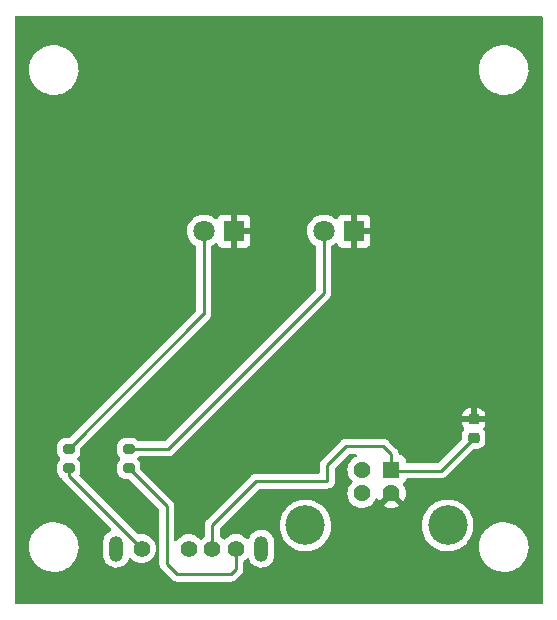
<source format=gbr>
%TF.GenerationSoftware,KiCad,Pcbnew,6.0.9-8da3e8f707~117~ubuntu20.04.1*%
%TF.CreationDate,2023-02-01T20:13:31-08:00*%
%TF.ProjectId,PiE_team_flag,5069455f-7465-4616-9d5f-666c61672e6b,rev?*%
%TF.SameCoordinates,Original*%
%TF.FileFunction,Copper,L1,Top*%
%TF.FilePolarity,Positive*%
%FSLAX46Y46*%
G04 Gerber Fmt 4.6, Leading zero omitted, Abs format (unit mm)*
G04 Created by KiCad (PCBNEW 6.0.9-8da3e8f707~117~ubuntu20.04.1) date 2023-02-01 20:13:31*
%MOMM*%
%LPD*%
G01*
G04 APERTURE LIST*
G04 Aperture macros list*
%AMRoundRect*
0 Rectangle with rounded corners*
0 $1 Rounding radius*
0 $2 $3 $4 $5 $6 $7 $8 $9 X,Y pos of 4 corners*
0 Add a 4 corners polygon primitive as box body*
4,1,4,$2,$3,$4,$5,$6,$7,$8,$9,$2,$3,0*
0 Add four circle primitives for the rounded corners*
1,1,$1+$1,$2,$3*
1,1,$1+$1,$4,$5*
1,1,$1+$1,$6,$7*
1,1,$1+$1,$8,$9*
0 Add four rect primitives between the rounded corners*
20,1,$1+$1,$2,$3,$4,$5,0*
20,1,$1+$1,$4,$5,$6,$7,0*
20,1,$1+$1,$6,$7,$8,$9,0*
20,1,$1+$1,$8,$9,$2,$3,0*%
G04 Aperture macros list end*
%TA.AperFunction,ComponentPad*%
%ADD10C,1.400000*%
%TD*%
%TA.AperFunction,ComponentPad*%
%ADD11O,1.200000X2.200000*%
%TD*%
%TA.AperFunction,ComponentPad*%
%ADD12R,1.428000X1.428000*%
%TD*%
%TA.AperFunction,ComponentPad*%
%ADD13C,1.428000*%
%TD*%
%TA.AperFunction,ComponentPad*%
%ADD14C,3.346000*%
%TD*%
%TA.AperFunction,SMDPad,CuDef*%
%ADD15RoundRect,0.225000X-0.250000X0.225000X-0.250000X-0.225000X0.250000X-0.225000X0.250000X0.225000X0*%
%TD*%
%TA.AperFunction,ComponentPad*%
%ADD16C,1.800000*%
%TD*%
%TA.AperFunction,ComponentPad*%
%ADD17R,1.800000X1.800000*%
%TD*%
%TA.AperFunction,SMDPad,CuDef*%
%ADD18RoundRect,0.200000X-0.275000X0.200000X-0.275000X-0.200000X0.275000X-0.200000X0.275000X0.200000X0*%
%TD*%
%TA.AperFunction,Conductor*%
%ADD19C,0.250000*%
%TD*%
G04 APERTURE END LIST*
D10*
%TO.P,SW1,1,1*%
%TO.N,Net-(R1-Pad2)*%
X150940000Y-127000000D03*
%TO.P,SW1,2,2*%
%TO.N,unconnected-(SW1-Pad2)*%
X154940000Y-127000000D03*
%TO.P,SW1,3,3*%
%TO.N,Net-(C1-Pad2)*%
X156940000Y-127000000D03*
%TO.P,SW1,4,4*%
%TO.N,Net-(R2-Pad2)*%
X158940000Y-127000000D03*
D11*
%TO.P,SW1,5*%
%TO.N,N/C*%
X161090000Y-127000000D03*
%TO.P,SW1,6*%
X148790000Y-127000000D03*
%TD*%
D12*
%TO.P,J1,1,VBUS*%
%TO.N,Net-(C1-Pad2)*%
X172090400Y-120334200D03*
D13*
%TO.P,J1,2,D-*%
%TO.N,unconnected-(J1-Pad2)*%
X169590400Y-120334200D03*
%TO.P,J1,3,D+*%
%TO.N,unconnected-(J1-Pad3)*%
X169590400Y-122334200D03*
%TO.P,J1,4,GND*%
%TO.N,GND*%
X172090400Y-122334200D03*
D14*
%TO.P,J1,P1*%
%TO.N,N/C*%
X164820400Y-125044200D03*
%TO.P,J1,P2*%
X176860400Y-125044200D03*
%TD*%
D15*
%TO.P,C1,1*%
%TO.N,GND*%
X179070000Y-116065000D03*
%TO.P,C1,2*%
%TO.N,Net-(C1-Pad2)*%
X179070000Y-117615000D03*
%TD*%
D16*
%TO.P,LED2,2,A*%
%TO.N,Net-(LED2-Pad2)*%
X166370000Y-100126800D03*
D17*
%TO.P,LED2,1,K*%
%TO.N,GND*%
X168910000Y-100126800D03*
%TD*%
D18*
%TO.P,R1,1*%
%TO.N,Net-(LED1-Pad2)*%
X144780000Y-118555000D03*
%TO.P,R1,2*%
%TO.N,Net-(R1-Pad2)*%
X144780000Y-120205000D03*
%TD*%
D17*
%TO.P,LED1,1,K*%
%TO.N,GND*%
X158750000Y-100126800D03*
D16*
%TO.P,LED1,2,A*%
%TO.N,Net-(LED1-Pad2)*%
X156210000Y-100126800D03*
%TD*%
D18*
%TO.P,R2,1*%
%TO.N,Net-(LED2-Pad2)*%
X149860000Y-118555000D03*
%TO.P,R2,2*%
%TO.N,Net-(R2-Pad2)*%
X149860000Y-120205000D03*
%TD*%
D19*
%TO.N,Net-(C1-Pad2)*%
X179070000Y-117615000D02*
X176289000Y-120396000D01*
X176289000Y-120396000D02*
X172152200Y-120396000D01*
X172152200Y-120396000D02*
X172090400Y-120334200D01*
X172090400Y-120334200D02*
X172090400Y-119029800D01*
X172090400Y-119029800D02*
X171399200Y-118338600D01*
X171399200Y-118338600D02*
X168275000Y-118338600D01*
X168275000Y-118338600D02*
X166680000Y-119933600D01*
X166680000Y-119933600D02*
X166680000Y-121285000D01*
X166680000Y-121285000D02*
X160655000Y-121285000D01*
X160655000Y-121285000D02*
X156940000Y-125000000D01*
X156940000Y-125000000D02*
X156940000Y-127000000D01*
%TO.N,Net-(R2-Pad2)*%
X149860000Y-120205000D02*
X153085800Y-123430800D01*
X153949400Y-129159000D02*
X158496000Y-129159000D01*
X153085800Y-123430800D02*
X153085800Y-128295400D01*
X153085800Y-128295400D02*
X153949400Y-129159000D01*
X158496000Y-129159000D02*
X158940000Y-128715000D01*
X158940000Y-128715000D02*
X158940000Y-127000000D01*
%TO.N,Net-(LED2-Pad2)*%
X149860000Y-118555000D02*
X153174200Y-118555000D01*
X153174200Y-118555000D02*
X166370000Y-105359200D01*
X166370000Y-105359200D02*
X166370000Y-100126800D01*
%TO.N,Net-(LED1-Pad2)*%
X144780000Y-118555000D02*
X156153100Y-107181900D01*
X156210000Y-100126800D02*
X156210000Y-107125000D01*
X156210000Y-107125000D02*
X156153100Y-107181900D01*
%TO.N,Net-(R1-Pad2)*%
X144780000Y-120840000D02*
X150940000Y-127000000D01*
X144780000Y-120205000D02*
X144780000Y-120840000D01*
%TD*%
%TA.AperFunction,Conductor*%
%TO.N,GND*%
G36*
X184853621Y-81910102D02*
G01*
X184900114Y-81963758D01*
X184911500Y-82016100D01*
X184911500Y-131547100D01*
X184891498Y-131615221D01*
X184837842Y-131661714D01*
X184785500Y-131673100D01*
X140334500Y-131673100D01*
X140266379Y-131653098D01*
X140219886Y-131599442D01*
X140208500Y-131547100D01*
X140208500Y-126799672D01*
X141410162Y-126799672D01*
X141410315Y-126804060D01*
X141410315Y-126804066D01*
X141417349Y-127005475D01*
X141420392Y-127092627D01*
X141421154Y-127096950D01*
X141421155Y-127096957D01*
X141446000Y-127237855D01*
X141471294Y-127381306D01*
X141472649Y-127385477D01*
X141472651Y-127385484D01*
X141517099Y-127522281D01*
X141561877Y-127660093D01*
X141563805Y-127664046D01*
X141563807Y-127664051D01*
X141578958Y-127695114D01*
X141690378Y-127923559D01*
X141692833Y-127927198D01*
X141692836Y-127927204D01*
X141851836Y-128162931D01*
X141851841Y-128162938D01*
X141854296Y-128166577D01*
X142050441Y-128384418D01*
X142097924Y-128424261D01*
X142271623Y-128570012D01*
X142271628Y-128570016D01*
X142274994Y-128572840D01*
X142523585Y-128728177D01*
X142671372Y-128793976D01*
X142782854Y-128843611D01*
X142791375Y-128847405D01*
X142923572Y-128885312D01*
X143015716Y-128911734D01*
X143073153Y-128928204D01*
X143077503Y-128928815D01*
X143077506Y-128928816D01*
X143174049Y-128942384D01*
X143363433Y-128969000D01*
X143583191Y-128969000D01*
X143585377Y-128968847D01*
X143585381Y-128968847D01*
X143798034Y-128953977D01*
X143798039Y-128953976D01*
X143802419Y-128953670D01*
X143806713Y-128952757D01*
X143806715Y-128952757D01*
X144052940Y-128900420D01*
X144089147Y-128892724D01*
X144093276Y-128891221D01*
X144093280Y-128891220D01*
X144360457Y-128793976D01*
X144360461Y-128793974D01*
X144364602Y-128792467D01*
X144623423Y-128654849D01*
X144682107Y-128612213D01*
X144857010Y-128485139D01*
X144857013Y-128485136D01*
X144860573Y-128482550D01*
X144876033Y-128467621D01*
X144962191Y-128384418D01*
X145071435Y-128278922D01*
X145076957Y-128271855D01*
X145249198Y-128051396D01*
X145251906Y-128047930D01*
X145318573Y-127932460D01*
X145396267Y-127797890D01*
X145396270Y-127797885D01*
X145398472Y-127794070D01*
X145402674Y-127783671D01*
X145475161Y-127604258D01*
X145508282Y-127522281D01*
X145579197Y-127237855D01*
X145581498Y-127215970D01*
X145609379Y-126950697D01*
X145609379Y-126950694D01*
X145609838Y-126946328D01*
X145606644Y-126854854D01*
X145599762Y-126657770D01*
X145599761Y-126657763D01*
X145599608Y-126653373D01*
X145594633Y-126625155D01*
X145555914Y-126405574D01*
X145548706Y-126364694D01*
X145547351Y-126360523D01*
X145547349Y-126360516D01*
X145459484Y-126090096D01*
X145458123Y-126085907D01*
X145452606Y-126074594D01*
X145390416Y-125947088D01*
X145329622Y-125822441D01*
X145327167Y-125818802D01*
X145327164Y-125818796D01*
X145168164Y-125583069D01*
X145168159Y-125583062D01*
X145165704Y-125579423D01*
X144969559Y-125361582D01*
X144832377Y-125246473D01*
X144748377Y-125175988D01*
X144748372Y-125175984D01*
X144745006Y-125173160D01*
X144496415Y-125017823D01*
X144228625Y-124898595D01*
X143988319Y-124829688D01*
X143951074Y-124819008D01*
X143951073Y-124819008D01*
X143946847Y-124817796D01*
X143942497Y-124817185D01*
X143942494Y-124817184D01*
X143834803Y-124802049D01*
X143656567Y-124777000D01*
X143436809Y-124777000D01*
X143434623Y-124777153D01*
X143434619Y-124777153D01*
X143221966Y-124792023D01*
X143221961Y-124792024D01*
X143217581Y-124792330D01*
X143213287Y-124793243D01*
X143213285Y-124793243D01*
X143208943Y-124794166D01*
X142930853Y-124853276D01*
X142926724Y-124854779D01*
X142926720Y-124854780D01*
X142659543Y-124952024D01*
X142659539Y-124952026D01*
X142655398Y-124953533D01*
X142396577Y-125091151D01*
X142393018Y-125093737D01*
X142393016Y-125093738D01*
X142182794Y-125246473D01*
X142159427Y-125263450D01*
X142156263Y-125266506D01*
X142156260Y-125266508D01*
X142107116Y-125313966D01*
X141948565Y-125467078D01*
X141945859Y-125470542D01*
X141945855Y-125470546D01*
X141840085Y-125605926D01*
X141768094Y-125698070D01*
X141765896Y-125701877D01*
X141624324Y-125947088D01*
X141621528Y-125951930D01*
X141619876Y-125956019D01*
X141619875Y-125956021D01*
X141599723Y-126005898D01*
X141511718Y-126223719D01*
X141440803Y-126508145D01*
X141440344Y-126512513D01*
X141440343Y-126512518D01*
X141423602Y-126671802D01*
X141410162Y-126799672D01*
X140208500Y-126799672D01*
X140208500Y-119948365D01*
X143796500Y-119948365D01*
X143796501Y-120461634D01*
X143796764Y-120464492D01*
X143796764Y-120464501D01*
X143800026Y-120500004D01*
X143803247Y-120535062D01*
X143805246Y-120541440D01*
X143805246Y-120541441D01*
X143850232Y-120684989D01*
X143854528Y-120698699D01*
X143943361Y-120845381D01*
X144064619Y-120966639D01*
X144116727Y-120998196D01*
X144134824Y-121009156D01*
X144182730Y-121061553D01*
X144190549Y-121081777D01*
X144193982Y-121093593D01*
X144198015Y-121100412D01*
X144198017Y-121100417D01*
X144204293Y-121111028D01*
X144212988Y-121128776D01*
X144220448Y-121147617D01*
X144225110Y-121154033D01*
X144225110Y-121154034D01*
X144246436Y-121183387D01*
X144252952Y-121193307D01*
X144275458Y-121231362D01*
X144289779Y-121245683D01*
X144302619Y-121260716D01*
X144314528Y-121277107D01*
X144320634Y-121282158D01*
X144348605Y-121305298D01*
X144357384Y-121313288D01*
X148342744Y-125298648D01*
X148376770Y-125360960D01*
X148371705Y-125431775D01*
X148329158Y-125488611D01*
X148305804Y-125502442D01*
X148234913Y-125534674D01*
X148062389Y-125657054D01*
X147916119Y-125809850D01*
X147801380Y-125987548D01*
X147799137Y-125993114D01*
X147731557Y-126160803D01*
X147722314Y-126183737D01*
X147681772Y-126391337D01*
X147681500Y-126396899D01*
X147681500Y-127552846D01*
X147696548Y-127710566D01*
X147756092Y-127913534D01*
X147758836Y-127918861D01*
X147758836Y-127918862D01*
X147827096Y-128051396D01*
X147852942Y-128101580D01*
X147983604Y-128267920D01*
X147988135Y-128271852D01*
X147988138Y-128271855D01*
X148072615Y-128345160D01*
X148143363Y-128406552D01*
X148148549Y-128409552D01*
X148148553Y-128409555D01*
X148249244Y-128467806D01*
X148326454Y-128512473D01*
X148526271Y-128581861D01*
X148532206Y-128582722D01*
X148532208Y-128582722D01*
X148729664Y-128611352D01*
X148729667Y-128611352D01*
X148735604Y-128612213D01*
X148946899Y-128602433D01*
X149081426Y-128570012D01*
X149146701Y-128554281D01*
X149146703Y-128554280D01*
X149152534Y-128552875D01*
X149157992Y-128550393D01*
X149157996Y-128550392D01*
X149307205Y-128482550D01*
X149345087Y-128465326D01*
X149477120Y-128371669D01*
X149512725Y-128346412D01*
X149512726Y-128346411D01*
X149517611Y-128342946D01*
X149663881Y-128190150D01*
X149778620Y-128012452D01*
X149840894Y-127857928D01*
X149884909Y-127802223D01*
X149952054Y-127779156D01*
X150021011Y-127796053D01*
X150046855Y-127815932D01*
X150160224Y-127929301D01*
X150333442Y-128050589D01*
X150338420Y-128052910D01*
X150338423Y-128052912D01*
X150520108Y-128137633D01*
X150525090Y-128139956D01*
X150530398Y-128141378D01*
X150530400Y-128141379D01*
X150724030Y-128193262D01*
X150724032Y-128193262D01*
X150729345Y-128194686D01*
X150940000Y-128213116D01*
X151150655Y-128194686D01*
X151155968Y-128193262D01*
X151155970Y-128193262D01*
X151349600Y-128141379D01*
X151349602Y-128141378D01*
X151354910Y-128139956D01*
X151359892Y-128137633D01*
X151541577Y-128052912D01*
X151541580Y-128052910D01*
X151546558Y-128050589D01*
X151719776Y-127929301D01*
X151869301Y-127779776D01*
X151990589Y-127606558D01*
X152015636Y-127552846D01*
X152077633Y-127419892D01*
X152077634Y-127419891D01*
X152079956Y-127414910D01*
X152126254Y-127242126D01*
X152133262Y-127215970D01*
X152133262Y-127215968D01*
X152134686Y-127210655D01*
X152153116Y-127000000D01*
X152134686Y-126789345D01*
X152133262Y-126784030D01*
X152081379Y-126590400D01*
X152081378Y-126590398D01*
X152079956Y-126585090D01*
X152044076Y-126508145D01*
X151992912Y-126398423D01*
X151992910Y-126398420D01*
X151990589Y-126393442D01*
X151869301Y-126220224D01*
X151719776Y-126070699D01*
X151546558Y-125949411D01*
X151541580Y-125947090D01*
X151541577Y-125947088D01*
X151359892Y-125862367D01*
X151359891Y-125862366D01*
X151354910Y-125860044D01*
X151349602Y-125858622D01*
X151349600Y-125858621D01*
X151155970Y-125806738D01*
X151155968Y-125806738D01*
X151150655Y-125805314D01*
X150940000Y-125786884D01*
X150934525Y-125787363D01*
X150734816Y-125804835D01*
X150734812Y-125804836D01*
X150729345Y-125805314D01*
X150724039Y-125806736D01*
X150719439Y-125807547D01*
X150648879Y-125799679D01*
X150608462Y-125772557D01*
X145710882Y-120874977D01*
X145676856Y-120812665D01*
X145681921Y-120741850D01*
X145692196Y-120720621D01*
X145705472Y-120698699D01*
X145709769Y-120684989D01*
X145728517Y-120625164D01*
X145756753Y-120535062D01*
X145763500Y-120461635D01*
X145763499Y-119948366D01*
X145763499Y-119948365D01*
X148876500Y-119948365D01*
X148876501Y-120461634D01*
X148876764Y-120464492D01*
X148876764Y-120464501D01*
X148880026Y-120500004D01*
X148883247Y-120535062D01*
X148885246Y-120541440D01*
X148885246Y-120541441D01*
X148930232Y-120684989D01*
X148934528Y-120698699D01*
X149023361Y-120845381D01*
X149144619Y-120966639D01*
X149291301Y-121055472D01*
X149298548Y-121057743D01*
X149298550Y-121057744D01*
X149310705Y-121061553D01*
X149454938Y-121106753D01*
X149528365Y-121113500D01*
X149546474Y-121113500D01*
X149820406Y-121113499D01*
X149888525Y-121133501D01*
X149909500Y-121150404D01*
X152415395Y-123656300D01*
X152449421Y-123718612D01*
X152452300Y-123745395D01*
X152452300Y-128216633D01*
X152451773Y-128227816D01*
X152450098Y-128235309D01*
X152450347Y-128243235D01*
X152450347Y-128243236D01*
X152452238Y-128303386D01*
X152452300Y-128307345D01*
X152452300Y-128335256D01*
X152452797Y-128339190D01*
X152452797Y-128339191D01*
X152452805Y-128339256D01*
X152453738Y-128351093D01*
X152455127Y-128395289D01*
X152459272Y-128409555D01*
X152460778Y-128414739D01*
X152464787Y-128434100D01*
X152467326Y-128454197D01*
X152470245Y-128461568D01*
X152470245Y-128461570D01*
X152483604Y-128495312D01*
X152487449Y-128506542D01*
X152499782Y-128548993D01*
X152503815Y-128555812D01*
X152503817Y-128555817D01*
X152510093Y-128566428D01*
X152518788Y-128584176D01*
X152526248Y-128603017D01*
X152530910Y-128609433D01*
X152530910Y-128609434D01*
X152552236Y-128638787D01*
X152558752Y-128648707D01*
X152576775Y-128679181D01*
X152581258Y-128686762D01*
X152595579Y-128701083D01*
X152608419Y-128716116D01*
X152620328Y-128732507D01*
X152626433Y-128737558D01*
X152626438Y-128737563D01*
X152654404Y-128760699D01*
X152663182Y-128768687D01*
X153445748Y-129551253D01*
X153453288Y-129559539D01*
X153457400Y-129566018D01*
X153463177Y-129571443D01*
X153507051Y-129612643D01*
X153509893Y-129615398D01*
X153529630Y-129635135D01*
X153532827Y-129637615D01*
X153541847Y-129645318D01*
X153574079Y-129675586D01*
X153581025Y-129679405D01*
X153581028Y-129679407D01*
X153591834Y-129685348D01*
X153608353Y-129696199D01*
X153624359Y-129708614D01*
X153631628Y-129711759D01*
X153631632Y-129711762D01*
X153664937Y-129726174D01*
X153675587Y-129731391D01*
X153714340Y-129752695D01*
X153722015Y-129754666D01*
X153722016Y-129754666D01*
X153733962Y-129757733D01*
X153752667Y-129764137D01*
X153771255Y-129772181D01*
X153779078Y-129773420D01*
X153779088Y-129773423D01*
X153814924Y-129779099D01*
X153826544Y-129781505D01*
X153858359Y-129789673D01*
X153869370Y-129792500D01*
X153889624Y-129792500D01*
X153909334Y-129794051D01*
X153929343Y-129797220D01*
X153937235Y-129796474D01*
X153955980Y-129794702D01*
X153973362Y-129793059D01*
X153985219Y-129792500D01*
X158417233Y-129792500D01*
X158428416Y-129793027D01*
X158435909Y-129794702D01*
X158443835Y-129794453D01*
X158443836Y-129794453D01*
X158503986Y-129792562D01*
X158507945Y-129792500D01*
X158535856Y-129792500D01*
X158539791Y-129792003D01*
X158539856Y-129791995D01*
X158551693Y-129791062D01*
X158583951Y-129790048D01*
X158587970Y-129789922D01*
X158595889Y-129789673D01*
X158615343Y-129784021D01*
X158634700Y-129780013D01*
X158646930Y-129778468D01*
X158646931Y-129778468D01*
X158654797Y-129777474D01*
X158662168Y-129774555D01*
X158662170Y-129774555D01*
X158695912Y-129761196D01*
X158707142Y-129757351D01*
X158741983Y-129747229D01*
X158741984Y-129747229D01*
X158749593Y-129745018D01*
X158756412Y-129740985D01*
X158756417Y-129740983D01*
X158767028Y-129734707D01*
X158784776Y-129726012D01*
X158803617Y-129718552D01*
X158839387Y-129692564D01*
X158849307Y-129686048D01*
X158880535Y-129667580D01*
X158880538Y-129667578D01*
X158887362Y-129663542D01*
X158901683Y-129649221D01*
X158916717Y-129636380D01*
X158926693Y-129629132D01*
X158933107Y-129624472D01*
X158961288Y-129590407D01*
X158969278Y-129581626D01*
X159332259Y-129218646D01*
X159340537Y-129211113D01*
X159347018Y-129207000D01*
X159393630Y-129157362D01*
X159396385Y-129154519D01*
X159413334Y-129137571D01*
X159416135Y-129134770D01*
X159418615Y-129131573D01*
X159426320Y-129122551D01*
X159451159Y-129096100D01*
X159456586Y-129090321D01*
X159460405Y-129083375D01*
X159460407Y-129083372D01*
X159466348Y-129072566D01*
X159477199Y-129056047D01*
X159484758Y-129046301D01*
X159489614Y-129040041D01*
X159492759Y-129032772D01*
X159492762Y-129032768D01*
X159507174Y-128999463D01*
X159512391Y-128988813D01*
X159533695Y-128950060D01*
X159538733Y-128930437D01*
X159545137Y-128911734D01*
X159550033Y-128900420D01*
X159550033Y-128900419D01*
X159553181Y-128893145D01*
X159554420Y-128885322D01*
X159554423Y-128885312D01*
X159560099Y-128849476D01*
X159562505Y-128837856D01*
X159571528Y-128802711D01*
X159571528Y-128802710D01*
X159573500Y-128795030D01*
X159573500Y-128774776D01*
X159575051Y-128755065D01*
X159576980Y-128742886D01*
X159578220Y-128735057D01*
X159574059Y-128691038D01*
X159573500Y-128679181D01*
X159573500Y-128097315D01*
X159593502Y-128029194D01*
X159627230Y-127994102D01*
X159715264Y-127932460D01*
X159719776Y-127929301D01*
X159833181Y-127815896D01*
X159895493Y-127781870D01*
X159966308Y-127786935D01*
X160023144Y-127829482D01*
X160043180Y-127869521D01*
X160056092Y-127913534D01*
X160058836Y-127918861D01*
X160058836Y-127918862D01*
X160127096Y-128051396D01*
X160152942Y-128101580D01*
X160283604Y-128267920D01*
X160288135Y-128271852D01*
X160288138Y-128271855D01*
X160372615Y-128345160D01*
X160443363Y-128406552D01*
X160448549Y-128409552D01*
X160448553Y-128409555D01*
X160549244Y-128467806D01*
X160626454Y-128512473D01*
X160826271Y-128581861D01*
X160832206Y-128582722D01*
X160832208Y-128582722D01*
X161029664Y-128611352D01*
X161029667Y-128611352D01*
X161035604Y-128612213D01*
X161246899Y-128602433D01*
X161381426Y-128570012D01*
X161446701Y-128554281D01*
X161446703Y-128554280D01*
X161452534Y-128552875D01*
X161457992Y-128550393D01*
X161457996Y-128550392D01*
X161607205Y-128482550D01*
X161645087Y-128465326D01*
X161777120Y-128371669D01*
X161812725Y-128346412D01*
X161812726Y-128346411D01*
X161817611Y-128342946D01*
X161963881Y-128190150D01*
X162078620Y-128012452D01*
X162157686Y-127816263D01*
X162198228Y-127608663D01*
X162198500Y-127603101D01*
X162198500Y-126447154D01*
X162183452Y-126289434D01*
X162123908Y-126086466D01*
X162117794Y-126074594D01*
X162029804Y-125903751D01*
X162029802Y-125903748D01*
X162027058Y-125898420D01*
X161896396Y-125732080D01*
X161891865Y-125728148D01*
X161891862Y-125728145D01*
X161741167Y-125597379D01*
X161736637Y-125593448D01*
X161731451Y-125590448D01*
X161731447Y-125590445D01*
X161558742Y-125490533D01*
X161553546Y-125487527D01*
X161353729Y-125418139D01*
X161347794Y-125417278D01*
X161347792Y-125417278D01*
X161150336Y-125388648D01*
X161150333Y-125388648D01*
X161144396Y-125387787D01*
X160933101Y-125397567D01*
X160801923Y-125429181D01*
X160733299Y-125445719D01*
X160733297Y-125445720D01*
X160727466Y-125447125D01*
X160722008Y-125449607D01*
X160722004Y-125449608D01*
X160606959Y-125501916D01*
X160534913Y-125534674D01*
X160362389Y-125657054D01*
X160216119Y-125809850D01*
X160101380Y-125987548D01*
X160061741Y-126085907D01*
X160039106Y-126142071D01*
X159995091Y-126197777D01*
X159927946Y-126220844D01*
X159858989Y-126203947D01*
X159833145Y-126184068D01*
X159719776Y-126070699D01*
X159546558Y-125949411D01*
X159541580Y-125947090D01*
X159541577Y-125947088D01*
X159359892Y-125862367D01*
X159359891Y-125862366D01*
X159354910Y-125860044D01*
X159349602Y-125858622D01*
X159349600Y-125858621D01*
X159155970Y-125806738D01*
X159155968Y-125806738D01*
X159150655Y-125805314D01*
X158940000Y-125786884D01*
X158729345Y-125805314D01*
X158724032Y-125806738D01*
X158724030Y-125806738D01*
X158530400Y-125858621D01*
X158530398Y-125858622D01*
X158525090Y-125860044D01*
X158520109Y-125862366D01*
X158520108Y-125862367D01*
X158338423Y-125947088D01*
X158338420Y-125947090D01*
X158333442Y-125949411D01*
X158160224Y-126070699D01*
X158029095Y-126201828D01*
X157966783Y-126235854D01*
X157895968Y-126230789D01*
X157850905Y-126201828D01*
X157719776Y-126070699D01*
X157627230Y-126005898D01*
X157582901Y-125950441D01*
X157573500Y-125902685D01*
X157573500Y-125314594D01*
X157593502Y-125246473D01*
X157610405Y-125225499D01*
X157814602Y-125021302D01*
X162633923Y-125021302D01*
X162651045Y-125318253D01*
X162651870Y-125322458D01*
X162651871Y-125322466D01*
X162679644Y-125464024D01*
X162708309Y-125610133D01*
X162709696Y-125614183D01*
X162709697Y-125614188D01*
X162803268Y-125887484D01*
X162804657Y-125891540D01*
X162843251Y-125968276D01*
X162900423Y-126081949D01*
X162938304Y-126157268D01*
X162992941Y-126236765D01*
X163104064Y-126398451D01*
X163106778Y-126402400D01*
X163306962Y-126622399D01*
X163310257Y-126625154D01*
X163310258Y-126625155D01*
X163421057Y-126717797D01*
X163535151Y-126813194D01*
X163538792Y-126815478D01*
X163783482Y-126968972D01*
X163783486Y-126968974D01*
X163787122Y-126971255D01*
X163922667Y-127032456D01*
X164054301Y-127091892D01*
X164054305Y-127091894D01*
X164058213Y-127093658D01*
X164129463Y-127114763D01*
X164339296Y-127176919D01*
X164339301Y-127176920D01*
X164343409Y-127178137D01*
X164347643Y-127178785D01*
X164347648Y-127178786D01*
X164633188Y-127222479D01*
X164633190Y-127222479D01*
X164637430Y-127223128D01*
X164788865Y-127225507D01*
X164930547Y-127227733D01*
X164930553Y-127227733D01*
X164934838Y-127227800D01*
X165230127Y-127192066D01*
X165517835Y-127116588D01*
X165521795Y-127114948D01*
X165521800Y-127114946D01*
X165655236Y-127059675D01*
X165792638Y-127002761D01*
X166049450Y-126852692D01*
X166283519Y-126669158D01*
X166331910Y-126619223D01*
X166439552Y-126508145D01*
X166490514Y-126455556D01*
X166493047Y-126452108D01*
X166493051Y-126452103D01*
X166664067Y-126219292D01*
X166666605Y-126215837D01*
X166696486Y-126160803D01*
X166806483Y-125958214D01*
X166806484Y-125958212D01*
X166808533Y-125954438D01*
X166864344Y-125806738D01*
X166912154Y-125680214D01*
X166912155Y-125680210D01*
X166913672Y-125676196D01*
X166956194Y-125490533D01*
X166979118Y-125390443D01*
X166979119Y-125390439D01*
X166980076Y-125386259D01*
X166982279Y-125361582D01*
X167006297Y-125092459D01*
X167006297Y-125092457D01*
X167006517Y-125089993D01*
X167006997Y-125044200D01*
X167005436Y-125021302D01*
X174673923Y-125021302D01*
X174691045Y-125318253D01*
X174691870Y-125322458D01*
X174691871Y-125322466D01*
X174719644Y-125464024D01*
X174748309Y-125610133D01*
X174749696Y-125614183D01*
X174749697Y-125614188D01*
X174843268Y-125887484D01*
X174844657Y-125891540D01*
X174883251Y-125968276D01*
X174940423Y-126081949D01*
X174978304Y-126157268D01*
X175032941Y-126236765D01*
X175144064Y-126398451D01*
X175146778Y-126402400D01*
X175346962Y-126622399D01*
X175350257Y-126625154D01*
X175350258Y-126625155D01*
X175461057Y-126717797D01*
X175575151Y-126813194D01*
X175578792Y-126815478D01*
X175823482Y-126968972D01*
X175823486Y-126968974D01*
X175827122Y-126971255D01*
X175962667Y-127032456D01*
X176094301Y-127091892D01*
X176094305Y-127091894D01*
X176098213Y-127093658D01*
X176169463Y-127114763D01*
X176379296Y-127176919D01*
X176379301Y-127176920D01*
X176383409Y-127178137D01*
X176387643Y-127178785D01*
X176387648Y-127178786D01*
X176673188Y-127222479D01*
X176673190Y-127222479D01*
X176677430Y-127223128D01*
X176828865Y-127225507D01*
X176970547Y-127227733D01*
X176970553Y-127227733D01*
X176974838Y-127227800D01*
X177270127Y-127192066D01*
X177557835Y-127116588D01*
X177561795Y-127114948D01*
X177561800Y-127114946D01*
X177695236Y-127059675D01*
X177832638Y-127002761D01*
X178089450Y-126852692D01*
X178157069Y-126799672D01*
X179510162Y-126799672D01*
X179510315Y-126804060D01*
X179510315Y-126804066D01*
X179517349Y-127005475D01*
X179520392Y-127092627D01*
X179521154Y-127096950D01*
X179521155Y-127096957D01*
X179546000Y-127237855D01*
X179571294Y-127381306D01*
X179572649Y-127385477D01*
X179572651Y-127385484D01*
X179617099Y-127522281D01*
X179661877Y-127660093D01*
X179663805Y-127664046D01*
X179663807Y-127664051D01*
X179678958Y-127695114D01*
X179790378Y-127923559D01*
X179792833Y-127927198D01*
X179792836Y-127927204D01*
X179951836Y-128162931D01*
X179951841Y-128162938D01*
X179954296Y-128166577D01*
X180150441Y-128384418D01*
X180197924Y-128424261D01*
X180371623Y-128570012D01*
X180371628Y-128570016D01*
X180374994Y-128572840D01*
X180623585Y-128728177D01*
X180771372Y-128793976D01*
X180882854Y-128843611D01*
X180891375Y-128847405D01*
X181023572Y-128885312D01*
X181115716Y-128911734D01*
X181173153Y-128928204D01*
X181177503Y-128928815D01*
X181177506Y-128928816D01*
X181274049Y-128942384D01*
X181463433Y-128969000D01*
X181683191Y-128969000D01*
X181685377Y-128968847D01*
X181685381Y-128968847D01*
X181898034Y-128953977D01*
X181898039Y-128953976D01*
X181902419Y-128953670D01*
X181906713Y-128952757D01*
X181906715Y-128952757D01*
X182152940Y-128900420D01*
X182189147Y-128892724D01*
X182193276Y-128891221D01*
X182193280Y-128891220D01*
X182460457Y-128793976D01*
X182460461Y-128793974D01*
X182464602Y-128792467D01*
X182723423Y-128654849D01*
X182782107Y-128612213D01*
X182957010Y-128485139D01*
X182957013Y-128485136D01*
X182960573Y-128482550D01*
X182976033Y-128467621D01*
X183062191Y-128384418D01*
X183171435Y-128278922D01*
X183176957Y-128271855D01*
X183349198Y-128051396D01*
X183351906Y-128047930D01*
X183418573Y-127932460D01*
X183496267Y-127797890D01*
X183496270Y-127797885D01*
X183498472Y-127794070D01*
X183502674Y-127783671D01*
X183575161Y-127604258D01*
X183608282Y-127522281D01*
X183679197Y-127237855D01*
X183681498Y-127215970D01*
X183709379Y-126950697D01*
X183709379Y-126950694D01*
X183709838Y-126946328D01*
X183706644Y-126854854D01*
X183699762Y-126657770D01*
X183699761Y-126657763D01*
X183699608Y-126653373D01*
X183694633Y-126625155D01*
X183655914Y-126405574D01*
X183648706Y-126364694D01*
X183647351Y-126360523D01*
X183647349Y-126360516D01*
X183559484Y-126090096D01*
X183558123Y-126085907D01*
X183552606Y-126074594D01*
X183490416Y-125947088D01*
X183429622Y-125822441D01*
X183427167Y-125818802D01*
X183427164Y-125818796D01*
X183268164Y-125583069D01*
X183268159Y-125583062D01*
X183265704Y-125579423D01*
X183069559Y-125361582D01*
X182932377Y-125246473D01*
X182848377Y-125175988D01*
X182848372Y-125175984D01*
X182845006Y-125173160D01*
X182596415Y-125017823D01*
X182328625Y-124898595D01*
X182088319Y-124829688D01*
X182051074Y-124819008D01*
X182051073Y-124819008D01*
X182046847Y-124817796D01*
X182042497Y-124817185D01*
X182042494Y-124817184D01*
X181934803Y-124802049D01*
X181756567Y-124777000D01*
X181536809Y-124777000D01*
X181534623Y-124777153D01*
X181534619Y-124777153D01*
X181321966Y-124792023D01*
X181321961Y-124792024D01*
X181317581Y-124792330D01*
X181313287Y-124793243D01*
X181313285Y-124793243D01*
X181308943Y-124794166D01*
X181030853Y-124853276D01*
X181026724Y-124854779D01*
X181026720Y-124854780D01*
X180759543Y-124952024D01*
X180759539Y-124952026D01*
X180755398Y-124953533D01*
X180496577Y-125091151D01*
X180493018Y-125093737D01*
X180493016Y-125093738D01*
X180282794Y-125246473D01*
X180259427Y-125263450D01*
X180256263Y-125266506D01*
X180256260Y-125266508D01*
X180207116Y-125313966D01*
X180048565Y-125467078D01*
X180045859Y-125470542D01*
X180045855Y-125470546D01*
X179940085Y-125605926D01*
X179868094Y-125698070D01*
X179865896Y-125701877D01*
X179724324Y-125947088D01*
X179721528Y-125951930D01*
X179719876Y-125956019D01*
X179719875Y-125956021D01*
X179699723Y-126005898D01*
X179611718Y-126223719D01*
X179540803Y-126508145D01*
X179540344Y-126512513D01*
X179540343Y-126512518D01*
X179523602Y-126671802D01*
X179510162Y-126799672D01*
X178157069Y-126799672D01*
X178323519Y-126669158D01*
X178371910Y-126619223D01*
X178479552Y-126508145D01*
X178530514Y-126455556D01*
X178533047Y-126452108D01*
X178533051Y-126452103D01*
X178704067Y-126219292D01*
X178706605Y-126215837D01*
X178736486Y-126160803D01*
X178846483Y-125958214D01*
X178846484Y-125958212D01*
X178848533Y-125954438D01*
X178904344Y-125806738D01*
X178952154Y-125680214D01*
X178952155Y-125680210D01*
X178953672Y-125676196D01*
X178996194Y-125490533D01*
X179019118Y-125390443D01*
X179019119Y-125390439D01*
X179020076Y-125386259D01*
X179022279Y-125361582D01*
X179046297Y-125092459D01*
X179046297Y-125092457D01*
X179046517Y-125089993D01*
X179046997Y-125044200D01*
X179045436Y-125021302D01*
X179027058Y-124751722D01*
X179027057Y-124751716D01*
X179026766Y-124747445D01*
X179021205Y-124720589D01*
X178967319Y-124460387D01*
X178966448Y-124456181D01*
X178867160Y-124175798D01*
X178730737Y-123911484D01*
X178719684Y-123895756D01*
X178562172Y-123671640D01*
X178562171Y-123671639D01*
X178559705Y-123668130D01*
X178357229Y-123450239D01*
X178338186Y-123434652D01*
X178149069Y-123279863D01*
X178127054Y-123261844D01*
X178067534Y-123225370D01*
X177877092Y-123108666D01*
X177877084Y-123108662D01*
X177873442Y-123106430D01*
X177869525Y-123104711D01*
X177869522Y-123104709D01*
X177653957Y-123010083D01*
X177601083Y-122986873D01*
X177596955Y-122985697D01*
X177596952Y-122985696D01*
X177319147Y-122906561D01*
X177319148Y-122906561D01*
X177315019Y-122905385D01*
X177096516Y-122874288D01*
X177024794Y-122864080D01*
X177024792Y-122864080D01*
X177020542Y-122863475D01*
X176864494Y-122862658D01*
X176727389Y-122861940D01*
X176727383Y-122861940D01*
X176723102Y-122861918D01*
X176718858Y-122862477D01*
X176718854Y-122862477D01*
X176589087Y-122879561D01*
X176428203Y-122900742D01*
X176424063Y-122901875D01*
X176424061Y-122901875D01*
X176411231Y-122905385D01*
X176141301Y-122979229D01*
X176137353Y-122980913D01*
X175871658Y-123094242D01*
X175871654Y-123094244D01*
X175867706Y-123095928D01*
X175612479Y-123248678D01*
X175609128Y-123251362D01*
X175609126Y-123251364D01*
X175519335Y-123323300D01*
X175380345Y-123434652D01*
X175377388Y-123437768D01*
X175377387Y-123437769D01*
X175309254Y-123509567D01*
X175175598Y-123650411D01*
X175002027Y-123891960D01*
X175000018Y-123895755D01*
X175000017Y-123895756D01*
X174989674Y-123915291D01*
X174862844Y-124154831D01*
X174760625Y-124434159D01*
X174697260Y-124724775D01*
X174691799Y-124794166D01*
X174679094Y-124955603D01*
X174673923Y-125021302D01*
X167005436Y-125021302D01*
X166987058Y-124751722D01*
X166987057Y-124751716D01*
X166986766Y-124747445D01*
X166981205Y-124720589D01*
X166927319Y-124460387D01*
X166926448Y-124456181D01*
X166827160Y-124175798D01*
X166690737Y-123911484D01*
X166679684Y-123895756D01*
X166522172Y-123671640D01*
X166522171Y-123671639D01*
X166519705Y-123668130D01*
X166317229Y-123450239D01*
X166298186Y-123434652D01*
X166109069Y-123279863D01*
X166087054Y-123261844D01*
X166027534Y-123225370D01*
X165837092Y-123108666D01*
X165837084Y-123108662D01*
X165833442Y-123106430D01*
X165829525Y-123104711D01*
X165829522Y-123104709D01*
X165613957Y-123010083D01*
X165561083Y-122986873D01*
X165556955Y-122985697D01*
X165556952Y-122985696D01*
X165279147Y-122906561D01*
X165279148Y-122906561D01*
X165275019Y-122905385D01*
X165056516Y-122874288D01*
X164984794Y-122864080D01*
X164984792Y-122864080D01*
X164980542Y-122863475D01*
X164824494Y-122862658D01*
X164687389Y-122861940D01*
X164687383Y-122861940D01*
X164683102Y-122861918D01*
X164678858Y-122862477D01*
X164678854Y-122862477D01*
X164549087Y-122879561D01*
X164388203Y-122900742D01*
X164384063Y-122901875D01*
X164384061Y-122901875D01*
X164371231Y-122905385D01*
X164101301Y-122979229D01*
X164097353Y-122980913D01*
X163831658Y-123094242D01*
X163831654Y-123094244D01*
X163827706Y-123095928D01*
X163572479Y-123248678D01*
X163569128Y-123251362D01*
X163569126Y-123251364D01*
X163479335Y-123323300D01*
X163340345Y-123434652D01*
X163337388Y-123437768D01*
X163337387Y-123437769D01*
X163269254Y-123509567D01*
X163135598Y-123650411D01*
X162962027Y-123891960D01*
X162960018Y-123895755D01*
X162960017Y-123895756D01*
X162949674Y-123915291D01*
X162822844Y-124154831D01*
X162720625Y-124434159D01*
X162657260Y-124724775D01*
X162651799Y-124794166D01*
X162639094Y-124955603D01*
X162633923Y-125021302D01*
X157814602Y-125021302D01*
X160880499Y-121955405D01*
X160942811Y-121921379D01*
X160969594Y-121918500D01*
X166608207Y-121918500D01*
X166631816Y-121920732D01*
X166632119Y-121920790D01*
X166632123Y-121920790D01*
X166639906Y-121922275D01*
X166695951Y-121918749D01*
X166703862Y-121918500D01*
X166719856Y-121918500D01*
X166735730Y-121916494D01*
X166743590Y-121915752D01*
X166771049Y-121914024D01*
X166791737Y-121912723D01*
X166791738Y-121912723D01*
X166799650Y-121912225D01*
X166807191Y-121909775D01*
X166807487Y-121909679D01*
X166830631Y-121904506D01*
X166830935Y-121904468D01*
X166830940Y-121904467D01*
X166838797Y-121903474D01*
X166846162Y-121900558D01*
X166846166Y-121900557D01*
X166891011Y-121882801D01*
X166898430Y-121880129D01*
X166951875Y-121862764D01*
X166958572Y-121858514D01*
X166958831Y-121858350D01*
X166979958Y-121847585D01*
X166980246Y-121847471D01*
X166980251Y-121847468D01*
X166987617Y-121844552D01*
X166994025Y-121839896D01*
X166994031Y-121839893D01*
X167033052Y-121811542D01*
X167039589Y-121807099D01*
X167087018Y-121777000D01*
X167092659Y-121770993D01*
X167110446Y-121755312D01*
X167110691Y-121755134D01*
X167110693Y-121755132D01*
X167117107Y-121750472D01*
X167122162Y-121744362D01*
X167152903Y-121707204D01*
X167158134Y-121701270D01*
X167191158Y-121666102D01*
X167191160Y-121666099D01*
X167196586Y-121660321D01*
X167200558Y-121653097D01*
X167213881Y-121633494D01*
X167214080Y-121633254D01*
X167214084Y-121633247D01*
X167219133Y-121627144D01*
X167243047Y-121576324D01*
X167246629Y-121569292D01*
X167273695Y-121520060D01*
X167275665Y-121512385D01*
X167275668Y-121512379D01*
X167275744Y-121512081D01*
X167283776Y-121489772D01*
X167283906Y-121489497D01*
X167283909Y-121489489D01*
X167287283Y-121482318D01*
X167297806Y-121427151D01*
X167299532Y-121419429D01*
X167300197Y-121416842D01*
X167313500Y-121365030D01*
X167313500Y-121356793D01*
X167315732Y-121333184D01*
X167315790Y-121332881D01*
X167315790Y-121332877D01*
X167317275Y-121325094D01*
X167313749Y-121269049D01*
X167313500Y-121261138D01*
X167313500Y-120248194D01*
X167333502Y-120180073D01*
X167350405Y-120159099D01*
X168500499Y-119009005D01*
X168562811Y-118974979D01*
X168589594Y-118972100D01*
X169050401Y-118972100D01*
X169118522Y-118992102D01*
X169165015Y-119045758D01*
X169175119Y-119116032D01*
X169145625Y-119180612D01*
X169103652Y-119212295D01*
X169060293Y-119232513D01*
X168981796Y-119269117D01*
X168981793Y-119269119D01*
X168976815Y-119271440D01*
X168801590Y-119394133D01*
X168650333Y-119545390D01*
X168527640Y-119720615D01*
X168437237Y-119914483D01*
X168435815Y-119919791D01*
X168435814Y-119919793D01*
X168427382Y-119951263D01*
X168381873Y-120121104D01*
X168363230Y-120334200D01*
X168381873Y-120547296D01*
X168418182Y-120682801D01*
X168434004Y-120741850D01*
X168437237Y-120753917D01*
X168439559Y-120758897D01*
X168439560Y-120758899D01*
X168516608Y-120924126D01*
X168527640Y-120947785D01*
X168650333Y-121123010D01*
X168772428Y-121245105D01*
X168806454Y-121307417D01*
X168801389Y-121378232D01*
X168772428Y-121423295D01*
X168650333Y-121545390D01*
X168527640Y-121720615D01*
X168525319Y-121725593D01*
X168525317Y-121725596D01*
X168441907Y-121904468D01*
X168437237Y-121914483D01*
X168435815Y-121919791D01*
X168435814Y-121919793D01*
X168435149Y-121922275D01*
X168381873Y-122121104D01*
X168363230Y-122334200D01*
X168381873Y-122547296D01*
X168437237Y-122753917D01*
X168439559Y-122758897D01*
X168439560Y-122758899D01*
X168508417Y-122906561D01*
X168527640Y-122947785D01*
X168650333Y-123123010D01*
X168801590Y-123274267D01*
X168976815Y-123396960D01*
X168981793Y-123399281D01*
X168981796Y-123399283D01*
X169161249Y-123482964D01*
X169170683Y-123487363D01*
X169175991Y-123488785D01*
X169175993Y-123488786D01*
X169209287Y-123497707D01*
X169377304Y-123542727D01*
X169590400Y-123561370D01*
X169803496Y-123542727D01*
X169971513Y-123497707D01*
X170004807Y-123488786D01*
X170004809Y-123488785D01*
X170010117Y-123487363D01*
X170019551Y-123482964D01*
X170199004Y-123399283D01*
X170199007Y-123399281D01*
X170203985Y-123396960D01*
X170258893Y-123358513D01*
X171430642Y-123358513D01*
X171439936Y-123370527D01*
X171472554Y-123393367D01*
X171482054Y-123398852D01*
X171665873Y-123484568D01*
X171676165Y-123488314D01*
X171872076Y-123540808D01*
X171882871Y-123542711D01*
X172084925Y-123560389D01*
X172095875Y-123560389D01*
X172297929Y-123542711D01*
X172308724Y-123540808D01*
X172504635Y-123488314D01*
X172514927Y-123484568D01*
X172698746Y-123398852D01*
X172708246Y-123393367D01*
X172741700Y-123369941D01*
X172750075Y-123359464D01*
X172743006Y-123346016D01*
X172103212Y-122706222D01*
X172089268Y-122698608D01*
X172087435Y-122698739D01*
X172080820Y-122702990D01*
X171437072Y-123346738D01*
X171430642Y-123358513D01*
X170258893Y-123358513D01*
X170379210Y-123274267D01*
X170530467Y-123123010D01*
X170653160Y-122947785D01*
X170674569Y-122901875D01*
X170726481Y-122790549D01*
X170773399Y-122737264D01*
X170841676Y-122717803D01*
X170909636Y-122738345D01*
X170954871Y-122790549D01*
X171025747Y-122942544D01*
X171031233Y-122952046D01*
X171054659Y-122985500D01*
X171065136Y-122993875D01*
X171078584Y-122986806D01*
X172001305Y-122064085D01*
X172063617Y-122030059D01*
X172134432Y-122035124D01*
X172179495Y-122064085D01*
X173102938Y-122987528D01*
X173114713Y-122993958D01*
X173126727Y-122984664D01*
X173149567Y-122952046D01*
X173155053Y-122942544D01*
X173240768Y-122758727D01*
X173244514Y-122748435D01*
X173297008Y-122552524D01*
X173298911Y-122541729D01*
X173316589Y-122339675D01*
X173316589Y-122328725D01*
X173298911Y-122126671D01*
X173297008Y-122115876D01*
X173244514Y-121919965D01*
X173240768Y-121909673D01*
X173155052Y-121725853D01*
X173149569Y-121716358D01*
X173085755Y-121625222D01*
X173063067Y-121557948D01*
X173080352Y-121489088D01*
X173113403Y-121452125D01*
X173151914Y-121423263D01*
X173167661Y-121411461D01*
X173255015Y-121294905D01*
X173306145Y-121158516D01*
X173307951Y-121141892D01*
X173335193Y-121076330D01*
X173393556Y-121035904D01*
X173433214Y-121029500D01*
X176210233Y-121029500D01*
X176221416Y-121030027D01*
X176228909Y-121031702D01*
X176236835Y-121031453D01*
X176236836Y-121031453D01*
X176296986Y-121029562D01*
X176300945Y-121029500D01*
X176328856Y-121029500D01*
X176332791Y-121029003D01*
X176332856Y-121028995D01*
X176344693Y-121028062D01*
X176376951Y-121027048D01*
X176380970Y-121026922D01*
X176388889Y-121026673D01*
X176408343Y-121021021D01*
X176427700Y-121017013D01*
X176439930Y-121015468D01*
X176439931Y-121015468D01*
X176447797Y-121014474D01*
X176455168Y-121011555D01*
X176455170Y-121011555D01*
X176488912Y-120998196D01*
X176500142Y-120994351D01*
X176534983Y-120984229D01*
X176534984Y-120984229D01*
X176542593Y-120982018D01*
X176549412Y-120977985D01*
X176549417Y-120977983D01*
X176560028Y-120971707D01*
X176577776Y-120963012D01*
X176596617Y-120955552D01*
X176614164Y-120942804D01*
X176632387Y-120929564D01*
X176642307Y-120923048D01*
X176673535Y-120904580D01*
X176673538Y-120904578D01*
X176680362Y-120900542D01*
X176694683Y-120886221D01*
X176709717Y-120873380D01*
X176719694Y-120866131D01*
X176726107Y-120861472D01*
X176754298Y-120827395D01*
X176762288Y-120818616D01*
X178970500Y-118610405D01*
X179032812Y-118576379D01*
X179059595Y-118573500D01*
X179368732Y-118573500D01*
X179371978Y-118573163D01*
X179371982Y-118573163D01*
X179406083Y-118569625D01*
X179471019Y-118562887D01*
X179600780Y-118519595D01*
X179626324Y-118511073D01*
X179626326Y-118511072D01*
X179633268Y-118508756D01*
X179778713Y-118418752D01*
X179899552Y-118297702D01*
X179903393Y-118291471D01*
X179985462Y-118158331D01*
X179985463Y-118158329D01*
X179989302Y-118152101D01*
X180043149Y-117989757D01*
X180053500Y-117888732D01*
X180053500Y-117341268D01*
X180042887Y-117238981D01*
X180031304Y-117204263D01*
X179991073Y-117083676D01*
X179991072Y-117083674D01*
X179988756Y-117076732D01*
X179898752Y-116931287D01*
X179893570Y-116926114D01*
X179889023Y-116920377D01*
X179890830Y-116918945D01*
X179862098Y-116866425D01*
X179867108Y-116795605D01*
X179890499Y-116759147D01*
X179889448Y-116758317D01*
X179902998Y-116741160D01*
X179985004Y-116608120D01*
X179991151Y-116594939D01*
X180040491Y-116446186D01*
X180043358Y-116432810D01*
X180052672Y-116341903D01*
X180052929Y-116336874D01*
X180048525Y-116321876D01*
X180047135Y-116320671D01*
X180039452Y-116319000D01*
X178105115Y-116319000D01*
X178089876Y-116323475D01*
X178088671Y-116324865D01*
X178087000Y-116332548D01*
X178087000Y-116335438D01*
X178087337Y-116341953D01*
X178096894Y-116434057D01*
X178099788Y-116447456D01*
X178149381Y-116596107D01*
X178155555Y-116609286D01*
X178237788Y-116742173D01*
X178251371Y-116759311D01*
X178249441Y-116760841D01*
X178277903Y-116812880D01*
X178272887Y-116883699D01*
X178249201Y-116920617D01*
X178250157Y-116921372D01*
X178245619Y-116927118D01*
X178240448Y-116932298D01*
X178236608Y-116938528D01*
X178236607Y-116938529D01*
X178155255Y-117070507D01*
X178150698Y-117077899D01*
X178096851Y-117240243D01*
X178086500Y-117341268D01*
X178086500Y-117650406D01*
X178066498Y-117718527D01*
X178049595Y-117739501D01*
X176063500Y-119725595D01*
X176001188Y-119759621D01*
X175974405Y-119762500D01*
X173438900Y-119762500D01*
X173370779Y-119742498D01*
X173324286Y-119688842D01*
X173312900Y-119636500D01*
X173312900Y-119572066D01*
X173306145Y-119509884D01*
X173255015Y-119373495D01*
X173167661Y-119256939D01*
X173051105Y-119169585D01*
X172914716Y-119118455D01*
X172852534Y-119111700D01*
X172849118Y-119111700D01*
X172845720Y-119111516D01*
X172845771Y-119110566D01*
X172781512Y-119091698D01*
X172735019Y-119038042D01*
X172723900Y-118993685D01*
X172723900Y-118989944D01*
X172723394Y-118985938D01*
X172722461Y-118974092D01*
X172722399Y-118972100D01*
X172721073Y-118929910D01*
X172715422Y-118910458D01*
X172711414Y-118891106D01*
X172709868Y-118878868D01*
X172709867Y-118878866D01*
X172708874Y-118871003D01*
X172692594Y-118829886D01*
X172688759Y-118818685D01*
X172676418Y-118776206D01*
X172672385Y-118769387D01*
X172672383Y-118769382D01*
X172666107Y-118758771D01*
X172657410Y-118741021D01*
X172649952Y-118722183D01*
X172623971Y-118686423D01*
X172617453Y-118676501D01*
X172598978Y-118645260D01*
X172598974Y-118645255D01*
X172594942Y-118638437D01*
X172580618Y-118624113D01*
X172567776Y-118609078D01*
X172555872Y-118592693D01*
X172521806Y-118564511D01*
X172513027Y-118556522D01*
X171902852Y-117946347D01*
X171895312Y-117938061D01*
X171891200Y-117931582D01*
X171841548Y-117884956D01*
X171838707Y-117882202D01*
X171818970Y-117862465D01*
X171815773Y-117859985D01*
X171806751Y-117852280D01*
X171802597Y-117848379D01*
X171774521Y-117822014D01*
X171767575Y-117818195D01*
X171767572Y-117818193D01*
X171756766Y-117812252D01*
X171740247Y-117801401D01*
X171736812Y-117798737D01*
X171724241Y-117788986D01*
X171716972Y-117785841D01*
X171716968Y-117785838D01*
X171683663Y-117771426D01*
X171673013Y-117766209D01*
X171634260Y-117744905D01*
X171614637Y-117739867D01*
X171595934Y-117733463D01*
X171584620Y-117728567D01*
X171584619Y-117728567D01*
X171577345Y-117725419D01*
X171569522Y-117724180D01*
X171569512Y-117724177D01*
X171533676Y-117718501D01*
X171522056Y-117716095D01*
X171486911Y-117707072D01*
X171486910Y-117707072D01*
X171479230Y-117705100D01*
X171458976Y-117705100D01*
X171439265Y-117703549D01*
X171431102Y-117702256D01*
X171419257Y-117700380D01*
X171375377Y-117704528D01*
X171375239Y-117704541D01*
X171363381Y-117705100D01*
X168353768Y-117705100D01*
X168342585Y-117704573D01*
X168335092Y-117702898D01*
X168327166Y-117703147D01*
X168327165Y-117703147D01*
X168267002Y-117705038D01*
X168263044Y-117705100D01*
X168235144Y-117705100D01*
X168231154Y-117705604D01*
X168219320Y-117706536D01*
X168175111Y-117707926D01*
X168167495Y-117710139D01*
X168167493Y-117710139D01*
X168155652Y-117713579D01*
X168136293Y-117717588D01*
X168134983Y-117717754D01*
X168116203Y-117720126D01*
X168108837Y-117723042D01*
X168108831Y-117723044D01*
X168075098Y-117736400D01*
X168063868Y-117740245D01*
X168047828Y-117744905D01*
X168021407Y-117752581D01*
X168014584Y-117756616D01*
X168003966Y-117762895D01*
X167986213Y-117771592D01*
X167978568Y-117774619D01*
X167967383Y-117779048D01*
X167953705Y-117788986D01*
X167931612Y-117805037D01*
X167921695Y-117811551D01*
X167883638Y-117834058D01*
X167869317Y-117848379D01*
X167854284Y-117861219D01*
X167837893Y-117873128D01*
X167829217Y-117883616D01*
X167809702Y-117907205D01*
X167801712Y-117915984D01*
X166287747Y-119429948D01*
X166279461Y-119437488D01*
X166272982Y-119441600D01*
X166267557Y-119447377D01*
X166226357Y-119491251D01*
X166223602Y-119494093D01*
X166203865Y-119513830D01*
X166201385Y-119517027D01*
X166193682Y-119526047D01*
X166163414Y-119558279D01*
X166159595Y-119565225D01*
X166159593Y-119565228D01*
X166153652Y-119576034D01*
X166142801Y-119592553D01*
X166130386Y-119608559D01*
X166127241Y-119615828D01*
X166127238Y-119615832D01*
X166112826Y-119649137D01*
X166107609Y-119659787D01*
X166086305Y-119698540D01*
X166084334Y-119706215D01*
X166084334Y-119706216D01*
X166081267Y-119718162D01*
X166074863Y-119736866D01*
X166066819Y-119755455D01*
X166065580Y-119763278D01*
X166065577Y-119763288D01*
X166059901Y-119799124D01*
X166057495Y-119810744D01*
X166046500Y-119853570D01*
X166046500Y-119873824D01*
X166044949Y-119893534D01*
X166041780Y-119913543D01*
X166042526Y-119921435D01*
X166045941Y-119957561D01*
X166046500Y-119969419D01*
X166046500Y-120525500D01*
X166026498Y-120593621D01*
X165972842Y-120640114D01*
X165920500Y-120651500D01*
X160733763Y-120651500D01*
X160722579Y-120650973D01*
X160715091Y-120649299D01*
X160707168Y-120649548D01*
X160647033Y-120651438D01*
X160643075Y-120651500D01*
X160615144Y-120651500D01*
X160611229Y-120651995D01*
X160611225Y-120651995D01*
X160611167Y-120652003D01*
X160611138Y-120652006D01*
X160599296Y-120652939D01*
X160555110Y-120654327D01*
X160537744Y-120659372D01*
X160535658Y-120659978D01*
X160516306Y-120663986D01*
X160504068Y-120665532D01*
X160504066Y-120665533D01*
X160496203Y-120666526D01*
X160455086Y-120682806D01*
X160443885Y-120686641D01*
X160401406Y-120698982D01*
X160394587Y-120703015D01*
X160394582Y-120703017D01*
X160383971Y-120709293D01*
X160366221Y-120717990D01*
X160347383Y-120725448D01*
X160340967Y-120730109D01*
X160340966Y-120730110D01*
X160311625Y-120751428D01*
X160301701Y-120757947D01*
X160270460Y-120776422D01*
X160270455Y-120776426D01*
X160263637Y-120780458D01*
X160249313Y-120794782D01*
X160234281Y-120807621D01*
X160217893Y-120819528D01*
X160201884Y-120838880D01*
X160189712Y-120853593D01*
X160181722Y-120862373D01*
X156547747Y-124496348D01*
X156539461Y-124503888D01*
X156532982Y-124508000D01*
X156527557Y-124513777D01*
X156486357Y-124557651D01*
X156483602Y-124560493D01*
X156463865Y-124580230D01*
X156461385Y-124583427D01*
X156453682Y-124592447D01*
X156423414Y-124624679D01*
X156419595Y-124631625D01*
X156419593Y-124631628D01*
X156413652Y-124642434D01*
X156402801Y-124658953D01*
X156390386Y-124674959D01*
X156387241Y-124682228D01*
X156387238Y-124682232D01*
X156372826Y-124715537D01*
X156367609Y-124726187D01*
X156346305Y-124764940D01*
X156344334Y-124772615D01*
X156344334Y-124772616D01*
X156341267Y-124784562D01*
X156334863Y-124803266D01*
X156326819Y-124821855D01*
X156325580Y-124829678D01*
X156325577Y-124829688D01*
X156319901Y-124865524D01*
X156317495Y-124877144D01*
X156306500Y-124919970D01*
X156306500Y-124940224D01*
X156304949Y-124959934D01*
X156301780Y-124979943D01*
X156302526Y-124987835D01*
X156305941Y-125023961D01*
X156306500Y-125035819D01*
X156306500Y-125902685D01*
X156286498Y-125970806D01*
X156252770Y-126005898D01*
X156160224Y-126070699D01*
X156029095Y-126201828D01*
X155966783Y-126235854D01*
X155895968Y-126230789D01*
X155850905Y-126201828D01*
X155719776Y-126070699D01*
X155546558Y-125949411D01*
X155541580Y-125947090D01*
X155541577Y-125947088D01*
X155359892Y-125862367D01*
X155359891Y-125862366D01*
X155354910Y-125860044D01*
X155349602Y-125858622D01*
X155349600Y-125858621D01*
X155155970Y-125806738D01*
X155155968Y-125806738D01*
X155150655Y-125805314D01*
X154940000Y-125786884D01*
X154729345Y-125805314D01*
X154724032Y-125806738D01*
X154724030Y-125806738D01*
X154530400Y-125858621D01*
X154530398Y-125858622D01*
X154525090Y-125860044D01*
X154520109Y-125862366D01*
X154520108Y-125862367D01*
X154338423Y-125947088D01*
X154338420Y-125947090D01*
X154333442Y-125949411D01*
X154160224Y-126070699D01*
X154010699Y-126220224D01*
X153948512Y-126309037D01*
X153893056Y-126353364D01*
X153822437Y-126360673D01*
X153759076Y-126328642D01*
X153723091Y-126267441D01*
X153719300Y-126236765D01*
X153719300Y-123509567D01*
X153719827Y-123498384D01*
X153721502Y-123490891D01*
X153719362Y-123422814D01*
X153719300Y-123418855D01*
X153719300Y-123390944D01*
X153718795Y-123386944D01*
X153717862Y-123375101D01*
X153716722Y-123338829D01*
X153716473Y-123330910D01*
X153710822Y-123311458D01*
X153706814Y-123292106D01*
X153705267Y-123279863D01*
X153704274Y-123272003D01*
X153700252Y-123261844D01*
X153688000Y-123230897D01*
X153684155Y-123219670D01*
X153683521Y-123217487D01*
X153671818Y-123177207D01*
X153661507Y-123159772D01*
X153652812Y-123142024D01*
X153645352Y-123123183D01*
X153633181Y-123106430D01*
X153619364Y-123087413D01*
X153612848Y-123077493D01*
X153594380Y-123046265D01*
X153594378Y-123046262D01*
X153590342Y-123039438D01*
X153576021Y-123025117D01*
X153563180Y-123010083D01*
X153555931Y-123000106D01*
X153551272Y-122993693D01*
X153517195Y-122965502D01*
X153508416Y-122957512D01*
X150880405Y-120329500D01*
X150846379Y-120267188D01*
X150843500Y-120240405D01*
X150843499Y-119951249D01*
X150843499Y-119948366D01*
X150843234Y-119945474D01*
X150839580Y-119905714D01*
X150836753Y-119874938D01*
X150834752Y-119868554D01*
X150787744Y-119718550D01*
X150787743Y-119718548D01*
X150785472Y-119711301D01*
X150696639Y-119564619D01*
X150601115Y-119469095D01*
X150567089Y-119406783D01*
X150572154Y-119335968D01*
X150601115Y-119290905D01*
X150666615Y-119225405D01*
X150728927Y-119191379D01*
X150755710Y-119188500D01*
X153095433Y-119188500D01*
X153106616Y-119189027D01*
X153114109Y-119190702D01*
X153122035Y-119190453D01*
X153122036Y-119190453D01*
X153182186Y-119188562D01*
X153186145Y-119188500D01*
X153214056Y-119188500D01*
X153217991Y-119188003D01*
X153218056Y-119187995D01*
X153229893Y-119187062D01*
X153262151Y-119186048D01*
X153266170Y-119185922D01*
X153274089Y-119185673D01*
X153293543Y-119180021D01*
X153312900Y-119176013D01*
X153325130Y-119174468D01*
X153325131Y-119174468D01*
X153332997Y-119173474D01*
X153340368Y-119170555D01*
X153340370Y-119170555D01*
X153374112Y-119157196D01*
X153385342Y-119153351D01*
X153420183Y-119143229D01*
X153420184Y-119143229D01*
X153427793Y-119141018D01*
X153434612Y-119136985D01*
X153434617Y-119136983D01*
X153445228Y-119130707D01*
X153462976Y-119122012D01*
X153481817Y-119114552D01*
X153515761Y-119089891D01*
X153517587Y-119088564D01*
X153527507Y-119082048D01*
X153558735Y-119063580D01*
X153558738Y-119063578D01*
X153565562Y-119059542D01*
X153579883Y-119045221D01*
X153594917Y-119032380D01*
X153611307Y-119020472D01*
X153639498Y-118986395D01*
X153647488Y-118977616D01*
X156831978Y-115793126D01*
X178087071Y-115793126D01*
X178091475Y-115808124D01*
X178092865Y-115809329D01*
X178100548Y-115811000D01*
X178797885Y-115811000D01*
X178813124Y-115806525D01*
X178814329Y-115805135D01*
X178816000Y-115797452D01*
X178816000Y-115792885D01*
X179324000Y-115792885D01*
X179328475Y-115808124D01*
X179329865Y-115809329D01*
X179337548Y-115811000D01*
X180034885Y-115811000D01*
X180050124Y-115806525D01*
X180051329Y-115805135D01*
X180053000Y-115797452D01*
X180053000Y-115794562D01*
X180052663Y-115788047D01*
X180043106Y-115695943D01*
X180040212Y-115682544D01*
X179990619Y-115533893D01*
X179984445Y-115520714D01*
X179902212Y-115387827D01*
X179893176Y-115376426D01*
X179782571Y-115266014D01*
X179771160Y-115257002D01*
X179638120Y-115174996D01*
X179624939Y-115168849D01*
X179476186Y-115119509D01*
X179462810Y-115116642D01*
X179371903Y-115107328D01*
X179365486Y-115107000D01*
X179342115Y-115107000D01*
X179326876Y-115111475D01*
X179325671Y-115112865D01*
X179324000Y-115120548D01*
X179324000Y-115792885D01*
X178816000Y-115792885D01*
X178816000Y-115125115D01*
X178811525Y-115109876D01*
X178810135Y-115108671D01*
X178802452Y-115107000D01*
X178774562Y-115107000D01*
X178768047Y-115107337D01*
X178675943Y-115116894D01*
X178662544Y-115119788D01*
X178513893Y-115169381D01*
X178500714Y-115175555D01*
X178367827Y-115257788D01*
X178356426Y-115266824D01*
X178246014Y-115377429D01*
X178237002Y-115388840D01*
X178154996Y-115521880D01*
X178148849Y-115535061D01*
X178099509Y-115683814D01*
X178096642Y-115697190D01*
X178087328Y-115788097D01*
X178087071Y-115793126D01*
X156831978Y-115793126D01*
X166762247Y-105862857D01*
X166770537Y-105855313D01*
X166777018Y-105851200D01*
X166823659Y-105801532D01*
X166826413Y-105798691D01*
X166846134Y-105778970D01*
X166848612Y-105775775D01*
X166856318Y-105766753D01*
X166881158Y-105740301D01*
X166886586Y-105734521D01*
X166896346Y-105716768D01*
X166907199Y-105700245D01*
X166914753Y-105690506D01*
X166919613Y-105684241D01*
X166937176Y-105643657D01*
X166942383Y-105633027D01*
X166963695Y-105594260D01*
X166965666Y-105586583D01*
X166965668Y-105586578D01*
X166968732Y-105574642D01*
X166975138Y-105555930D01*
X166980033Y-105544619D01*
X166983181Y-105537345D01*
X166984421Y-105529517D01*
X166984423Y-105529510D01*
X166990099Y-105493676D01*
X166992505Y-105482056D01*
X167001528Y-105446911D01*
X167001528Y-105446910D01*
X167003500Y-105439230D01*
X167003500Y-105418976D01*
X167005051Y-105399265D01*
X167006980Y-105387086D01*
X167008220Y-105379257D01*
X167004059Y-105335238D01*
X167003500Y-105323381D01*
X167003500Y-101463552D01*
X167023502Y-101395431D01*
X167074068Y-101350401D01*
X167081316Y-101346850D01*
X167089043Y-101343065D01*
X167089047Y-101343063D01*
X167093684Y-101340791D01*
X167097888Y-101337793D01*
X167097892Y-101337790D01*
X167178281Y-101280449D01*
X167282243Y-101206294D01*
X167285898Y-101202652D01*
X167285906Y-101202645D01*
X167327697Y-101160999D01*
X167390068Y-101127082D01*
X167460875Y-101132270D01*
X167517637Y-101174916D01*
X167534619Y-101206018D01*
X167556677Y-101264856D01*
X167565214Y-101280449D01*
X167641715Y-101382524D01*
X167654276Y-101395085D01*
X167756351Y-101471586D01*
X167771946Y-101480124D01*
X167892394Y-101525278D01*
X167907649Y-101528905D01*
X167958514Y-101534431D01*
X167965328Y-101534800D01*
X168637885Y-101534800D01*
X168653124Y-101530325D01*
X168654329Y-101528935D01*
X168656000Y-101521252D01*
X168656000Y-101516684D01*
X169164000Y-101516684D01*
X169168475Y-101531923D01*
X169169865Y-101533128D01*
X169177548Y-101534799D01*
X169854669Y-101534799D01*
X169861490Y-101534429D01*
X169912352Y-101528905D01*
X169927604Y-101525279D01*
X170048054Y-101480124D01*
X170063649Y-101471586D01*
X170165724Y-101395085D01*
X170178285Y-101382524D01*
X170254786Y-101280449D01*
X170263324Y-101264854D01*
X170308478Y-101144406D01*
X170312105Y-101129151D01*
X170317631Y-101078286D01*
X170318000Y-101071472D01*
X170318000Y-100398915D01*
X170313525Y-100383676D01*
X170312135Y-100382471D01*
X170304452Y-100380800D01*
X169182115Y-100380800D01*
X169166876Y-100385275D01*
X169165671Y-100386665D01*
X169164000Y-100394348D01*
X169164000Y-101516684D01*
X168656000Y-101516684D01*
X168656000Y-99854685D01*
X169164000Y-99854685D01*
X169168475Y-99869924D01*
X169169865Y-99871129D01*
X169177548Y-99872800D01*
X170299884Y-99872800D01*
X170315123Y-99868325D01*
X170316328Y-99866935D01*
X170317999Y-99859252D01*
X170317999Y-99182131D01*
X170317629Y-99175310D01*
X170312105Y-99124448D01*
X170308479Y-99109196D01*
X170263324Y-98988746D01*
X170254786Y-98973151D01*
X170178285Y-98871076D01*
X170165724Y-98858515D01*
X170063649Y-98782014D01*
X170048054Y-98773476D01*
X169927606Y-98728322D01*
X169912351Y-98724695D01*
X169861486Y-98719169D01*
X169854672Y-98718800D01*
X169182115Y-98718800D01*
X169166876Y-98723275D01*
X169165671Y-98724665D01*
X169164000Y-98732348D01*
X169164000Y-99854685D01*
X168656000Y-99854685D01*
X168656000Y-98736916D01*
X168651525Y-98721677D01*
X168650135Y-98720472D01*
X168642452Y-98718801D01*
X167965331Y-98718801D01*
X167958510Y-98719171D01*
X167907648Y-98724695D01*
X167892396Y-98728321D01*
X167771946Y-98773476D01*
X167756351Y-98782014D01*
X167654276Y-98858515D01*
X167641715Y-98871076D01*
X167565214Y-98973151D01*
X167556675Y-98988748D01*
X167535934Y-99044075D01*
X167493293Y-99100840D01*
X167426731Y-99125540D01*
X167357383Y-99110333D01*
X167334388Y-99093709D01*
X167333887Y-99093158D01*
X167271737Y-99044075D01*
X167156177Y-98952811D01*
X167156172Y-98952808D01*
X167152123Y-98949610D01*
X167147607Y-98947117D01*
X167147604Y-98947115D01*
X166953879Y-98840173D01*
X166953875Y-98840171D01*
X166949355Y-98837676D01*
X166944486Y-98835952D01*
X166944482Y-98835950D01*
X166735903Y-98762088D01*
X166735899Y-98762087D01*
X166731028Y-98760362D01*
X166725935Y-98759455D01*
X166725932Y-98759454D01*
X166508095Y-98720651D01*
X166508089Y-98720650D01*
X166503006Y-98719745D01*
X166425644Y-98718800D01*
X166276581Y-98716979D01*
X166276579Y-98716979D01*
X166271411Y-98716916D01*
X166042464Y-98751950D01*
X165822314Y-98823906D01*
X165817726Y-98826294D01*
X165817722Y-98826296D01*
X165621461Y-98928463D01*
X165616872Y-98930852D01*
X165612739Y-98933955D01*
X165612736Y-98933957D01*
X165466073Y-99044075D01*
X165431655Y-99069917D01*
X165271639Y-99237364D01*
X165141119Y-99428699D01*
X165043602Y-99638781D01*
X164981707Y-99861969D01*
X164957095Y-100092269D01*
X164970427Y-100323497D01*
X164971564Y-100328543D01*
X164971565Y-100328549D01*
X164986394Y-100394348D01*
X165021346Y-100549442D01*
X165023288Y-100554224D01*
X165023289Y-100554228D01*
X165106540Y-100759250D01*
X165108484Y-100764037D01*
X165229501Y-100961519D01*
X165381147Y-101136584D01*
X165559349Y-101284530D01*
X165672073Y-101350400D01*
X165674070Y-101351567D01*
X165722794Y-101403205D01*
X165736500Y-101460355D01*
X165736500Y-105044605D01*
X165716498Y-105112726D01*
X165699595Y-105133700D01*
X152948700Y-117884595D01*
X152886388Y-117918621D01*
X152859605Y-117921500D01*
X150755710Y-117921500D01*
X150687589Y-117901498D01*
X150666615Y-117884595D01*
X150575381Y-117793361D01*
X150428699Y-117704528D01*
X150421452Y-117702257D01*
X150421450Y-117702256D01*
X150355164Y-117681483D01*
X150265062Y-117653247D01*
X150191635Y-117646500D01*
X150188737Y-117646500D01*
X149859140Y-117646501D01*
X149528366Y-117646501D01*
X149525508Y-117646764D01*
X149525499Y-117646764D01*
X149489996Y-117650026D01*
X149454938Y-117653247D01*
X149448560Y-117655246D01*
X149448559Y-117655246D01*
X149298550Y-117702256D01*
X149298548Y-117702257D01*
X149291301Y-117704528D01*
X149144619Y-117793361D01*
X149023361Y-117914619D01*
X148934528Y-118061301D01*
X148883247Y-118224938D01*
X148876500Y-118298365D01*
X148876501Y-118811634D01*
X148876764Y-118814492D01*
X148876764Y-118814501D01*
X148877147Y-118818665D01*
X148883247Y-118885062D01*
X148885246Y-118891440D01*
X148885246Y-118891441D01*
X148928399Y-119029140D01*
X148934528Y-119048699D01*
X149023361Y-119195381D01*
X149118885Y-119290905D01*
X149152911Y-119353217D01*
X149147846Y-119424032D01*
X149118885Y-119469095D01*
X149023361Y-119564619D01*
X148934528Y-119711301D01*
X148932257Y-119718548D01*
X148932256Y-119718550D01*
X148929368Y-119727766D01*
X148883247Y-119874938D01*
X148876500Y-119948365D01*
X145763499Y-119948365D01*
X145763234Y-119945474D01*
X145759580Y-119905714D01*
X145756753Y-119874938D01*
X145754752Y-119868554D01*
X145707744Y-119718550D01*
X145707743Y-119718548D01*
X145705472Y-119711301D01*
X145616639Y-119564619D01*
X145521115Y-119469095D01*
X145487089Y-119406783D01*
X145492154Y-119335968D01*
X145521115Y-119290905D01*
X145616639Y-119195381D01*
X145705472Y-119048699D01*
X145711602Y-119029140D01*
X145754752Y-118891446D01*
X145756753Y-118885062D01*
X145763500Y-118811635D01*
X145763499Y-118519594D01*
X145783501Y-118451475D01*
X145800404Y-118430500D01*
X156602247Y-107628657D01*
X156610537Y-107621113D01*
X156617018Y-107617000D01*
X156663646Y-107567346D01*
X156666400Y-107564505D01*
X156686135Y-107544770D01*
X156688615Y-107541573D01*
X156696320Y-107532551D01*
X156721159Y-107506100D01*
X156726586Y-107500321D01*
X156730405Y-107493375D01*
X156730407Y-107493372D01*
X156736348Y-107482566D01*
X156747199Y-107466047D01*
X156754758Y-107456301D01*
X156759614Y-107450041D01*
X156762759Y-107442772D01*
X156762762Y-107442768D01*
X156777174Y-107409463D01*
X156782391Y-107398813D01*
X156803695Y-107360060D01*
X156808733Y-107340437D01*
X156815137Y-107321734D01*
X156820033Y-107310420D01*
X156820033Y-107310419D01*
X156823181Y-107303145D01*
X156824420Y-107295322D01*
X156824423Y-107295312D01*
X156830099Y-107259476D01*
X156832505Y-107247856D01*
X156841528Y-107212711D01*
X156841528Y-107212710D01*
X156843500Y-107205030D01*
X156843500Y-107184776D01*
X156845051Y-107165065D01*
X156846980Y-107152886D01*
X156848220Y-107145057D01*
X156844059Y-107101038D01*
X156843500Y-107089181D01*
X156843500Y-101463552D01*
X156863502Y-101395431D01*
X156914068Y-101350401D01*
X156921316Y-101346850D01*
X156929043Y-101343065D01*
X156929047Y-101343063D01*
X156933684Y-101340791D01*
X156937888Y-101337793D01*
X156937892Y-101337790D01*
X157018281Y-101280449D01*
X157122243Y-101206294D01*
X157125898Y-101202652D01*
X157125906Y-101202645D01*
X157167697Y-101160999D01*
X157230068Y-101127082D01*
X157300875Y-101132270D01*
X157357637Y-101174916D01*
X157374619Y-101206018D01*
X157396677Y-101264856D01*
X157405214Y-101280449D01*
X157481715Y-101382524D01*
X157494276Y-101395085D01*
X157596351Y-101471586D01*
X157611946Y-101480124D01*
X157732394Y-101525278D01*
X157747649Y-101528905D01*
X157798514Y-101534431D01*
X157805328Y-101534800D01*
X158477885Y-101534800D01*
X158493124Y-101530325D01*
X158494329Y-101528935D01*
X158496000Y-101521252D01*
X158496000Y-101516684D01*
X159004000Y-101516684D01*
X159008475Y-101531923D01*
X159009865Y-101533128D01*
X159017548Y-101534799D01*
X159694669Y-101534799D01*
X159701490Y-101534429D01*
X159752352Y-101528905D01*
X159767604Y-101525279D01*
X159888054Y-101480124D01*
X159903649Y-101471586D01*
X160005724Y-101395085D01*
X160018285Y-101382524D01*
X160094786Y-101280449D01*
X160103324Y-101264854D01*
X160148478Y-101144406D01*
X160152105Y-101129151D01*
X160157631Y-101078286D01*
X160158000Y-101071472D01*
X160158000Y-100398915D01*
X160153525Y-100383676D01*
X160152135Y-100382471D01*
X160144452Y-100380800D01*
X159022115Y-100380800D01*
X159006876Y-100385275D01*
X159005671Y-100386665D01*
X159004000Y-100394348D01*
X159004000Y-101516684D01*
X158496000Y-101516684D01*
X158496000Y-99854685D01*
X159004000Y-99854685D01*
X159008475Y-99869924D01*
X159009865Y-99871129D01*
X159017548Y-99872800D01*
X160139884Y-99872800D01*
X160155123Y-99868325D01*
X160156328Y-99866935D01*
X160157999Y-99859252D01*
X160157999Y-99182131D01*
X160157629Y-99175310D01*
X160152105Y-99124448D01*
X160148479Y-99109196D01*
X160103324Y-98988746D01*
X160094786Y-98973151D01*
X160018285Y-98871076D01*
X160005724Y-98858515D01*
X159903649Y-98782014D01*
X159888054Y-98773476D01*
X159767606Y-98728322D01*
X159752351Y-98724695D01*
X159701486Y-98719169D01*
X159694672Y-98718800D01*
X159022115Y-98718800D01*
X159006876Y-98723275D01*
X159005671Y-98724665D01*
X159004000Y-98732348D01*
X159004000Y-99854685D01*
X158496000Y-99854685D01*
X158496000Y-98736916D01*
X158491525Y-98721677D01*
X158490135Y-98720472D01*
X158482452Y-98718801D01*
X157805331Y-98718801D01*
X157798510Y-98719171D01*
X157747648Y-98724695D01*
X157732396Y-98728321D01*
X157611946Y-98773476D01*
X157596351Y-98782014D01*
X157494276Y-98858515D01*
X157481715Y-98871076D01*
X157405214Y-98973151D01*
X157396675Y-98988748D01*
X157375934Y-99044075D01*
X157333293Y-99100840D01*
X157266731Y-99125540D01*
X157197383Y-99110333D01*
X157174388Y-99093709D01*
X157173887Y-99093158D01*
X157111737Y-99044075D01*
X156996177Y-98952811D01*
X156996172Y-98952808D01*
X156992123Y-98949610D01*
X156987607Y-98947117D01*
X156987604Y-98947115D01*
X156793879Y-98840173D01*
X156793875Y-98840171D01*
X156789355Y-98837676D01*
X156784486Y-98835952D01*
X156784482Y-98835950D01*
X156575903Y-98762088D01*
X156575899Y-98762087D01*
X156571028Y-98760362D01*
X156565935Y-98759455D01*
X156565932Y-98759454D01*
X156348095Y-98720651D01*
X156348089Y-98720650D01*
X156343006Y-98719745D01*
X156265644Y-98718800D01*
X156116581Y-98716979D01*
X156116579Y-98716979D01*
X156111411Y-98716916D01*
X155882464Y-98751950D01*
X155662314Y-98823906D01*
X155657726Y-98826294D01*
X155657722Y-98826296D01*
X155461461Y-98928463D01*
X155456872Y-98930852D01*
X155452739Y-98933955D01*
X155452736Y-98933957D01*
X155306073Y-99044075D01*
X155271655Y-99069917D01*
X155111639Y-99237364D01*
X154981119Y-99428699D01*
X154883602Y-99638781D01*
X154821707Y-99861969D01*
X154797095Y-100092269D01*
X154810427Y-100323497D01*
X154811564Y-100328543D01*
X154811565Y-100328549D01*
X154826394Y-100394348D01*
X154861346Y-100549442D01*
X154863288Y-100554224D01*
X154863289Y-100554228D01*
X154946540Y-100759250D01*
X154948484Y-100764037D01*
X155069501Y-100961519D01*
X155221147Y-101136584D01*
X155399349Y-101284530D01*
X155512073Y-101350400D01*
X155514070Y-101351567D01*
X155562794Y-101403205D01*
X155576500Y-101460355D01*
X155576500Y-106810405D01*
X155556498Y-106878526D01*
X155539595Y-106899500D01*
X144829500Y-117609595D01*
X144767188Y-117643621D01*
X144740405Y-117646500D01*
X144466386Y-117646501D01*
X144448366Y-117646501D01*
X144445508Y-117646764D01*
X144445499Y-117646764D01*
X144409996Y-117650026D01*
X144374938Y-117653247D01*
X144368560Y-117655246D01*
X144368559Y-117655246D01*
X144218550Y-117702256D01*
X144218548Y-117702257D01*
X144211301Y-117704528D01*
X144064619Y-117793361D01*
X143943361Y-117914619D01*
X143854528Y-118061301D01*
X143803247Y-118224938D01*
X143796500Y-118298365D01*
X143796501Y-118811634D01*
X143796764Y-118814492D01*
X143796764Y-118814501D01*
X143797147Y-118818665D01*
X143803247Y-118885062D01*
X143805246Y-118891440D01*
X143805246Y-118891441D01*
X143848399Y-119029140D01*
X143854528Y-119048699D01*
X143943361Y-119195381D01*
X144038885Y-119290905D01*
X144072911Y-119353217D01*
X144067846Y-119424032D01*
X144038885Y-119469095D01*
X143943361Y-119564619D01*
X143854528Y-119711301D01*
X143852257Y-119718548D01*
X143852256Y-119718550D01*
X143849368Y-119727766D01*
X143803247Y-119874938D01*
X143796500Y-119948365D01*
X140208500Y-119948365D01*
X140208500Y-86413672D01*
X141410162Y-86413672D01*
X141410315Y-86418060D01*
X141410315Y-86418066D01*
X141415436Y-86564697D01*
X141420392Y-86706627D01*
X141421154Y-86710950D01*
X141421155Y-86710957D01*
X141446000Y-86851855D01*
X141471294Y-86995306D01*
X141472649Y-86999477D01*
X141472651Y-86999484D01*
X141517099Y-87136281D01*
X141561877Y-87274093D01*
X141690378Y-87537559D01*
X141692833Y-87541198D01*
X141692836Y-87541204D01*
X141851836Y-87776931D01*
X141851841Y-87776938D01*
X141854296Y-87780577D01*
X142050441Y-87998418D01*
X142145847Y-88078473D01*
X142271623Y-88184012D01*
X142271628Y-88184016D01*
X142274994Y-88186840D01*
X142523585Y-88342177D01*
X142791375Y-88461405D01*
X143073153Y-88542204D01*
X143077503Y-88542815D01*
X143077506Y-88542816D01*
X143185197Y-88557951D01*
X143363433Y-88583000D01*
X143583191Y-88583000D01*
X143585377Y-88582847D01*
X143585381Y-88582847D01*
X143798034Y-88567977D01*
X143798039Y-88567976D01*
X143802419Y-88567670D01*
X143806713Y-88566757D01*
X143806715Y-88566757D01*
X143945783Y-88537197D01*
X144089147Y-88506724D01*
X144093276Y-88505221D01*
X144093280Y-88505220D01*
X144360457Y-88407976D01*
X144360461Y-88407974D01*
X144364602Y-88406467D01*
X144623423Y-88268849D01*
X144626984Y-88266262D01*
X144857010Y-88099139D01*
X144857013Y-88099136D01*
X144860573Y-88096550D01*
X145071435Y-87892922D01*
X145251906Y-87661930D01*
X145323712Y-87537559D01*
X145396267Y-87411890D01*
X145396270Y-87411885D01*
X145398472Y-87408070D01*
X145508282Y-87136281D01*
X145579197Y-86851855D01*
X145594462Y-86706627D01*
X145609379Y-86564697D01*
X145609379Y-86564694D01*
X145609838Y-86560328D01*
X145609685Y-86555934D01*
X145604717Y-86413672D01*
X179510162Y-86413672D01*
X179510315Y-86418060D01*
X179510315Y-86418066D01*
X179515436Y-86564697D01*
X179520392Y-86706627D01*
X179521154Y-86710950D01*
X179521155Y-86710957D01*
X179546000Y-86851855D01*
X179571294Y-86995306D01*
X179572649Y-86999477D01*
X179572651Y-86999484D01*
X179617099Y-87136281D01*
X179661877Y-87274093D01*
X179790378Y-87537559D01*
X179792833Y-87541198D01*
X179792836Y-87541204D01*
X179951836Y-87776931D01*
X179951841Y-87776938D01*
X179954296Y-87780577D01*
X180150441Y-87998418D01*
X180245847Y-88078473D01*
X180371623Y-88184012D01*
X180371628Y-88184016D01*
X180374994Y-88186840D01*
X180623585Y-88342177D01*
X180891375Y-88461405D01*
X181173153Y-88542204D01*
X181177503Y-88542815D01*
X181177506Y-88542816D01*
X181285197Y-88557951D01*
X181463433Y-88583000D01*
X181683191Y-88583000D01*
X181685377Y-88582847D01*
X181685381Y-88582847D01*
X181898034Y-88567977D01*
X181898039Y-88567976D01*
X181902419Y-88567670D01*
X181906713Y-88566757D01*
X181906715Y-88566757D01*
X182045783Y-88537197D01*
X182189147Y-88506724D01*
X182193276Y-88505221D01*
X182193280Y-88505220D01*
X182460457Y-88407976D01*
X182460461Y-88407974D01*
X182464602Y-88406467D01*
X182723423Y-88268849D01*
X182726984Y-88266262D01*
X182957010Y-88099139D01*
X182957013Y-88099136D01*
X182960573Y-88096550D01*
X183171435Y-87892922D01*
X183351906Y-87661930D01*
X183423712Y-87537559D01*
X183496267Y-87411890D01*
X183496270Y-87411885D01*
X183498472Y-87408070D01*
X183608282Y-87136281D01*
X183679197Y-86851855D01*
X183694462Y-86706627D01*
X183709379Y-86564697D01*
X183709379Y-86564694D01*
X183709838Y-86560328D01*
X183709685Y-86555934D01*
X183699762Y-86271770D01*
X183699761Y-86271763D01*
X183699608Y-86267373D01*
X183674772Y-86126518D01*
X183649468Y-85983017D01*
X183648706Y-85978694D01*
X183647351Y-85974523D01*
X183647349Y-85974516D01*
X183559484Y-85704096D01*
X183558123Y-85699907D01*
X183429622Y-85436441D01*
X183427167Y-85432802D01*
X183427164Y-85432796D01*
X183268164Y-85197069D01*
X183268159Y-85197062D01*
X183265704Y-85193423D01*
X183069559Y-84975582D01*
X182949524Y-84874861D01*
X182848377Y-84789988D01*
X182848372Y-84789984D01*
X182845006Y-84787160D01*
X182596415Y-84631823D01*
X182328625Y-84512595D01*
X182046847Y-84431796D01*
X182042497Y-84431185D01*
X182042494Y-84431184D01*
X181872142Y-84407243D01*
X181756567Y-84391000D01*
X181536809Y-84391000D01*
X181534623Y-84391153D01*
X181534619Y-84391153D01*
X181321966Y-84406023D01*
X181321961Y-84406024D01*
X181317581Y-84406330D01*
X181313287Y-84407243D01*
X181313285Y-84407243D01*
X181200652Y-84431184D01*
X181030853Y-84467276D01*
X181026724Y-84468779D01*
X181026720Y-84468780D01*
X180759543Y-84566024D01*
X180759539Y-84566026D01*
X180755398Y-84567533D01*
X180496577Y-84705151D01*
X180493018Y-84707737D01*
X180493016Y-84707738D01*
X180379809Y-84789988D01*
X180259427Y-84877450D01*
X180048565Y-85081078D01*
X179868094Y-85312070D01*
X179865896Y-85315877D01*
X179794007Y-85440393D01*
X179721528Y-85565930D01*
X179611718Y-85837719D01*
X179540803Y-86122145D01*
X179540344Y-86126513D01*
X179540343Y-86126518D01*
X179510621Y-86409303D01*
X179510162Y-86413672D01*
X145604717Y-86413672D01*
X145599762Y-86271770D01*
X145599761Y-86271763D01*
X145599608Y-86267373D01*
X145574772Y-86126518D01*
X145549468Y-85983017D01*
X145548706Y-85978694D01*
X145547351Y-85974523D01*
X145547349Y-85974516D01*
X145459484Y-85704096D01*
X145458123Y-85699907D01*
X145329622Y-85436441D01*
X145327167Y-85432802D01*
X145327164Y-85432796D01*
X145168164Y-85197069D01*
X145168159Y-85197062D01*
X145165704Y-85193423D01*
X144969559Y-84975582D01*
X144849524Y-84874861D01*
X144748377Y-84789988D01*
X144748372Y-84789984D01*
X144745006Y-84787160D01*
X144496415Y-84631823D01*
X144228625Y-84512595D01*
X143946847Y-84431796D01*
X143942497Y-84431185D01*
X143942494Y-84431184D01*
X143772142Y-84407243D01*
X143656567Y-84391000D01*
X143436809Y-84391000D01*
X143434623Y-84391153D01*
X143434619Y-84391153D01*
X143221966Y-84406023D01*
X143221961Y-84406024D01*
X143217581Y-84406330D01*
X143213287Y-84407243D01*
X143213285Y-84407243D01*
X143100652Y-84431184D01*
X142930853Y-84467276D01*
X142926724Y-84468779D01*
X142926720Y-84468780D01*
X142659543Y-84566024D01*
X142659539Y-84566026D01*
X142655398Y-84567533D01*
X142396577Y-84705151D01*
X142393018Y-84707737D01*
X142393016Y-84707738D01*
X142279809Y-84789988D01*
X142159427Y-84877450D01*
X141948565Y-85081078D01*
X141768094Y-85312070D01*
X141765896Y-85315877D01*
X141694007Y-85440393D01*
X141621528Y-85565930D01*
X141511718Y-85837719D01*
X141440803Y-86122145D01*
X141440344Y-86126513D01*
X141440343Y-86126518D01*
X141410621Y-86409303D01*
X141410162Y-86413672D01*
X140208500Y-86413672D01*
X140208500Y-82016100D01*
X140228502Y-81947979D01*
X140282158Y-81901486D01*
X140334500Y-81890100D01*
X184785500Y-81890100D01*
X184853621Y-81910102D01*
G37*
%TD.AperFunction*%
%TD*%
M02*

</source>
